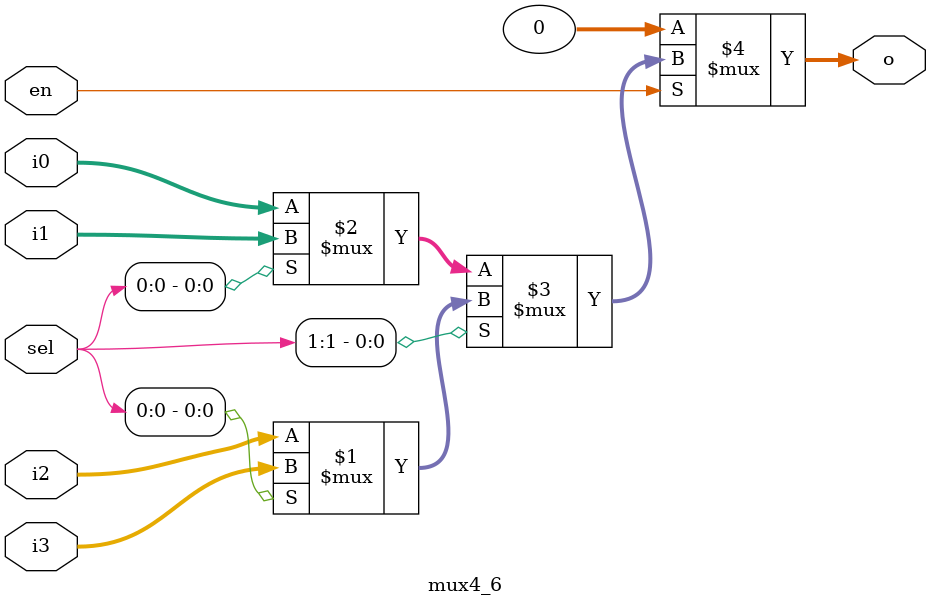
<source format=v>
module mux4_6
  #(parameter WIDTH=32, parameter DISABLED=0)
    (input en,
     input [1:0] sel,
     input [WIDTH-1:0] i0,
     input [WIDTH-1:0] i1,
     input [WIDTH-1:0] i2,
     input [WIDTH-1:0] i3,
     output [WIDTH-1:0] o);
   assign 		o = en ? (sel[1] ? (sel[0] ? i3 : i2) : (sel[0] ? i1 : i0)) :
			DISABLED;
endmodule
</source>
